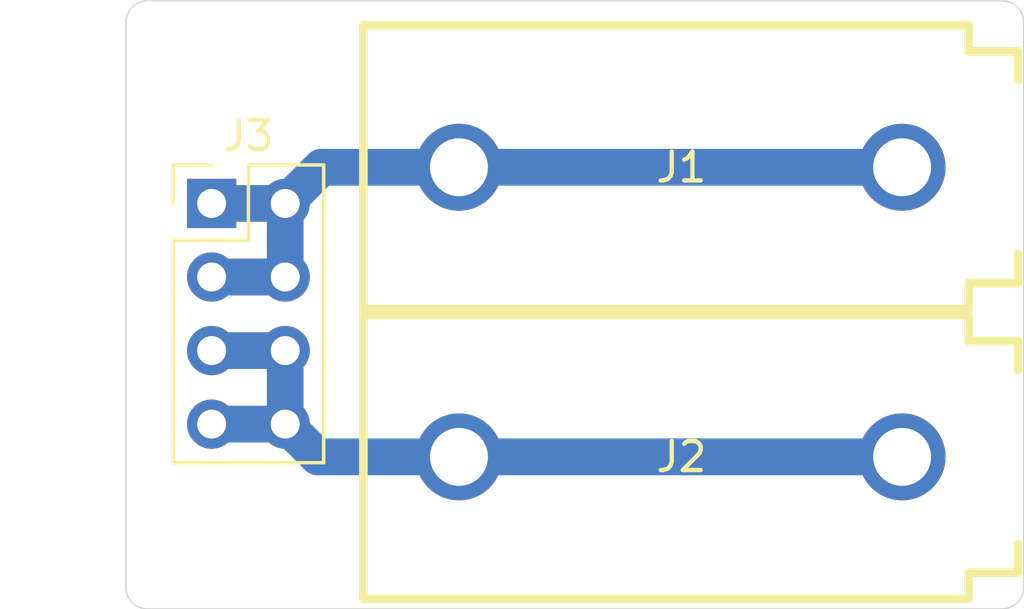
<source format=kicad_pcb>
(kicad_pcb (version 20211014) (generator pcbnew)
  (layers (0 "F.Cu" signal) (31 "B.Cu" signal) (36 "B.SilkS" user "B.Silkscreen") (37 "F.SilkS" user "F.Silkscreen") (38 "B.Mask" user) (39 "F.Mask" user) (44 "Edge.Cuts" user))
  (net 0 "")
  (net 1 "Net-(J1-Pad1)")
  (net 2 "Net-(J2-Pad1)")
  (footprint "rumblesan-standard-parts:Deltron_571_PCB_BananaJack" (layer "F.Cu") (at 154.3 94.5)
    (fp_text reference "J1" (at -7.62 0) (layer "F.SilkS"))
    (fp_text value "BananaJack_PCBMount")
    (fp_line (start 2.3 4) (end 2.3 4.9) (layer "F.SilkS") (width 0.3))
    (fp_line (start -18.6 -4.9) (end 2.3 -4.9) (layer "F.SilkS") (width 0.3))
    (fp_line (start 4 -4) (end 4 -3) (layer "F.SilkS") (width 0.3))
    (fp_line (start 4 4) (end 2.3 4) (layer "F.SilkS") (width 0.3))
    (fp_line (start 2.3 -4.9) (end 2.3 -4) (layer "F.SilkS") (width 0.3))
    (fp_line (start 2.3 4.9) (end -18.6 4.9) (layer "F.SilkS") (width 0.3))
    (fp_line (start 4 3) (end 4 4) (layer "F.SilkS") (width 0.3))
    (fp_line (start -18.6 4.9) (end -18.6 -4.9) (layer "F.SilkS") (width 0.3))
    (fp_line (start 2.3 -4) (end 4 -4) (layer "F.SilkS") (width 0.3))
    (pad "1" thru_hole circle (at 0 0) (size 3 3) (drill 2) (layers *.Cu *.Mask) (net 1 "Net-(J1-Pad1)"))
    (pad "1" thru_hole circle (at -15.3 0) (size 3 3) (drill 2) (layers *.Cu *.Mask) (net 1 "Net-(J1-Pad1)"))
  )
  (footprint "rumblesan-standard-parts:Deltron_571_PCB_BananaJack" (layer "F.Cu") (at 154.3 104.5)
    (fp_text reference "J2" (at -7.62 0) (layer "F.SilkS"))
    (fp_text value "BananaJack_PCBMount")
    (fp_line (start 2.3 -4.9) (end 2.3 -4) (layer "F.SilkS") (width 0.3))
    (fp_line (start -18.6 -4.9) (end 2.3 -4.9) (layer "F.SilkS") (width 0.3))
    (fp_line (start 4 4) (end 2.3 4) (layer "F.SilkS") (width 0.3))
    (fp_line (start 2.3 -4) (end 4 -4) (layer "F.SilkS") (width 0.3))
    (fp_line (start 4 -4) (end 4 -3) (layer "F.SilkS") (width 0.3))
    (fp_line (start 2.3 4.9) (end -18.6 4.9) (layer "F.SilkS") (width 0.3))
    (fp_line (start -18.6 4.9) (end -18.6 -4.9) (layer "F.SilkS") (width 0.3))
    (fp_line (start 4 3) (end 4 4) (layer "F.SilkS") (width 0.3))
    (fp_line (start 2.3 4) (end 2.3 4.9) (layer "F.SilkS") (width 0.3))
    (pad "1" thru_hole circle (at 0 0) (size 3 3) (drill 2) (layers *.Cu *.Mask) (net 2 "Net-(J2-Pad1)"))
    (pad "1" thru_hole circle (at -15.3 0) (size 3 3) (drill 2) (layers *.Cu *.Mask) (net 2 "Net-(J2-Pad1)"))
  )
  (footprint "Connector_PinHeader_2.54mm:PinHeader_2x04_P2.54mm_Vertical" (layer "F.Cu") (at 130.46 95.75)
    (fp_text reference "J3" (at 1.27 -2.33) (layer "F.SilkS"))
    (fp_text value "Conn_02x04_Odd_Even")
    (fp_line (start 1.27 -1.33) (end 3.87 -1.33) (layer "F.SilkS") (width 0.12))
    (fp_line (start 1.27 1.27) (end 1.27 -1.33) (layer "F.SilkS") (width 0.12))
    (fp_line (start -1.33 8.95) (end 3.87 8.95) (layer "F.SilkS") (width 0.12))
    (fp_line (start -1.33 -1.33) (end 0 -1.33) (layer "F.SilkS") (width 0.12))
    (fp_line (start -1.33 1.27) (end 1.27 1.27) (layer "F.SilkS") (width 0.12))
    (fp_line (start -1.33 1.27) (end -1.33 8.95) (layer "F.SilkS") (width 0.12))
    (fp_line (start 3.87 -1.33) (end 3.87 8.95) (layer "F.SilkS") (width 0.12))
    (fp_line (start -1.33 0) (end -1.33 -1.33) (layer "F.SilkS") (width 0.12))
    (pad "1" thru_hole rect locked (at 0 0) (size 1.7 1.7) (drill 1) (layers *.Cu *.Mask) (net 1 "Net-(J1-Pad1)"))
    (pad "2" thru_hole oval locked (at 2.54 0) (size 1.7 1.7) (drill 1) (layers *.Cu *.Mask) (net 1 "Net-(J1-Pad1)"))
    (pad "3" thru_hole oval locked (at 0 2.54) (size 1.7 1.7) (drill 1) (layers *.Cu *.Mask) (net 1 "Net-(J1-Pad1)"))
    (pad "4" thru_hole oval locked (at 2.54 2.54) (size 1.7 1.7) (drill 1) (layers *.Cu *.Mask) (net 1 "Net-(J1-Pad1)"))
    (pad "5" thru_hole oval locked (at 0 5.08) (size 1.7 1.7) (drill 1) (layers *.Cu *.Mask) (net 2 "Net-(J2-Pad1)"))
    (pad "6" thru_hole oval locked (at 2.54 5.08) (size 1.7 1.7) (drill 1) (layers *.Cu *.Mask) (net 2 "Net-(J2-Pad1)"))
    (pad "7" thru_hole oval locked (at 0 7.62) (size 1.7 1.7) (drill 1) (layers *.Cu *.Mask) (net 2 "Net-(J2-Pad1)"))
    (pad "8" thru_hole oval locked (at 2.54 7.62) (size 1.7 1.7) (drill 1) (layers *.Cu *.Mask) (net 2 "Net-(J2-Pad1)"))
  )
  (gr_line (start 128.25 88.75) (end 157.75 88.75) (layer "Edge.Cuts") (width 0.05))
  (gr_line (start 158.5 89.5) (end 158.5 109) (layer "Edge.Cuts") (width 0.05))
  (gr_line (start 157.75 109.75) (end 128.25 109.75) (layer "Edge.Cuts") (width 0.05))
  (gr_arc (start 127.5 89.5) (mid 127.71967 88.96967) (end 128.25 88.75) (layer "Edge.Cuts") (width 0.05))
  (gr_line (start 127.5 109) (end 127.5 89.5) (layer "Edge.Cuts") (width 0.05))
  (gr_arc (start 158.5 109) (mid 158.28033 109.53033) (end 157.75 109.75) (layer "Edge.Cuts") (width 0.05))
  (gr_arc (start 157.75 88.75) (mid 158.28033 88.96967) (end 158.5 89.5) (layer "Edge.Cuts") (width 0.05))
  (gr_arc (start 128.25 109.75) (mid 127.71967 109.53033) (end 127.5 109) (layer "Edge.Cuts") (width 0.05))
  (segment (start 133 98.29) (end 130.46 98.29) (width 1.27) (layer "F.Cu") (net 1))
  (segment (start 154.3 94.5) (end 139 94.5) (width 1.27) (layer "B.Cu") (net 1))
  (segment (start 139 94.5) (end 134.25 94.5) (width 1.27) (layer "B.Cu") (net 1))
  (segment (start 133 95.75) (end 130.46 95.75) (width 1.27) (layer "B.Cu") (net 1))
  (segment (start 133 95.75) (end 133 98.29) (width 1.27) (layer "B.Cu") (net 1))
  (segment (start 133 98.29) (end 130.426278 98.29) (width 1.27) (layer "B.Cu") (net 1))
  (segment (start 134.25 94.5) (end 133 95.75) (width 1.27) (layer "B.Cu") (net 1))
  (segment (start 134.13 104.5) (end 133 103.37) (width 1.27) (layer "B.Cu") (net 2))
  (segment (start 139 104.5) (end 134.13 104.5) (width 1.27) (layer "B.Cu") (net 2))
  (segment (start 133 100.83) (end 130.46 100.83) (width 1.27) (layer "B.Cu") (net 2))
  (segment (start 154.3 104.5) (end 139 104.5) (width 1.27) (layer "B.Cu") (net 2))
  (segment (start 133 103.37) (end 133 100.83) (width 1.27) (layer "B.Cu") (net 2))
  (segment (start 133 103.37) (end 130.46 103.37) (width 1.27) (layer "B.Cu") (net 2))
)
</source>
